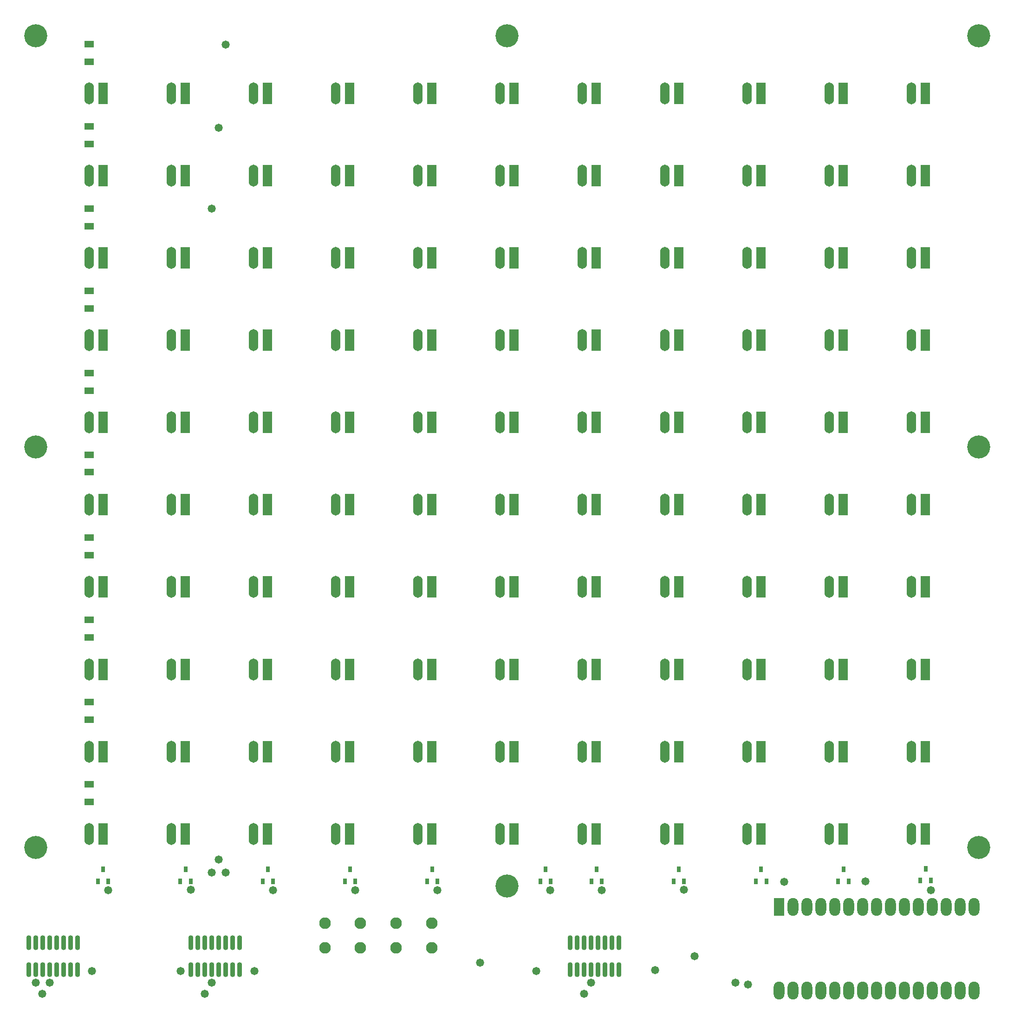
<source format=gts>
%FSTAX23Y23*%
%MOIN*%
%SFA1B1*%

%IPPOS*%
%ADD25O,0.035560X0.106420*%
%ADD26R,0.031620X0.041470*%
%ADD27R,0.067060X0.047370*%
%ADD28R,0.068000X0.158000*%
%ADD29O,0.068000X0.158000*%
%ADD30C,0.083000*%
%ADD31C,0.165480*%
%ADD32O,0.078000X0.128000*%
%ADD33R,0.078000X0.128000*%
%ADD34C,0.058000*%
%LNwordclock_v20-1*%
%LPD*%
G54D25*
X-03436Y-03631D03*
X-03386D03*
X-03336D03*
X-03286D03*
X-03236D03*
X-03186D03*
X-03136D03*
X-03086D03*
X-03436Y-03438D03*
X-03386D03*
X-03336D03*
X-03286D03*
X-03236D03*
X-03186D03*
X-03136D03*
X-03086D03*
X00453Y-03631D03*
X00503D03*
X00553D03*
X00603D03*
X00653D03*
X00703D03*
X00753D03*
X00803D03*
X00453Y-03438D03*
X00503D03*
X00553D03*
X00603D03*
X00653D03*
X00703D03*
X00753D03*
X00803D03*
X-01921D03*
X-01971D03*
X-02021D03*
X-02071D03*
X-02121D03*
X-02171D03*
X-02221D03*
X-02271D03*
X-01921Y-03631D03*
X-01971D03*
X-02021D03*
X-02071D03*
X-02121D03*
X-02171D03*
X-02221D03*
X-02271D03*
G54D26*
X-029Y-02912D03*
X-02863Y-02997D03*
X-02937D03*
X00275Y-02912D03*
X00312Y-02997D03*
X00238D03*
X-02309Y-02912D03*
X-02272Y-02997D03*
X-02347D03*
X-01719Y-02912D03*
X-01682Y-02997D03*
X-01756D03*
X-01128Y-02912D03*
X-01091Y-02997D03*
X-01166D03*
X-00538Y-02912D03*
X-005Y-02997D03*
X-00575D03*
X00642Y-02912D03*
X0068Y-02997D03*
X00605D03*
X01233Y-02912D03*
X0127Y-02997D03*
X01195D03*
X01823Y-02912D03*
X01861Y-02997D03*
X01786D03*
X02414Y-02912D03*
X02451Y-02997D03*
X02377D03*
X03005Y-02907D03*
X03042Y-02992D03*
X02967D03*
G54D27*
X-03002Y-02426D03*
Y-023D03*
Y-01836D03*
Y-0171D03*
Y-01246D03*
Y-0112D03*
Y-00656D03*
Y-0053D03*
Y-00061D03*
Y00064D03*
Y00523D03*
Y00649D03*
Y01113D03*
Y01239D03*
Y01703D03*
Y01829D03*
Y02293D03*
Y02419D03*
Y02883D03*
Y03009D03*
G54D28*
X-02902Y02657D03*
X-02312D03*
X-01721D03*
X-01131D03*
X-0054D03*
X0005D03*
X0064D03*
X01231D03*
X01821D03*
X02412D03*
X03002D03*
X-02902Y02066D03*
X-02312D03*
X-01721D03*
X-01131D03*
X-0054D03*
X0005D03*
X0064D03*
X01231D03*
X01821D03*
X02412D03*
X03002D03*
X-02902Y01476D03*
X-02312D03*
X-01721D03*
X-01131D03*
X-0054D03*
X0005D03*
X0064D03*
X01231D03*
X01821D03*
X02412D03*
X03002D03*
X-02902Y00885D03*
X-02312D03*
X-01721D03*
X-01131D03*
X-0054D03*
X0005D03*
X0064D03*
X01231D03*
X01821D03*
X02412D03*
X03002D03*
X-02902Y00295D03*
X-02312D03*
X-01721D03*
X-01131D03*
X-0054D03*
X0005D03*
X0064D03*
X01231D03*
X01821D03*
X02412D03*
X03002D03*
X-02902Y-00295D03*
X-02312D03*
X-01721D03*
X-01131D03*
X-0054D03*
X0005D03*
X0064D03*
X01231D03*
X01821D03*
X02412D03*
X03002D03*
X-02902Y-00885D03*
X-02312D03*
X-01721D03*
X-01131D03*
X-0054D03*
X0005D03*
X0064D03*
X01231D03*
X01821D03*
X02412D03*
X03002D03*
X-02902Y-01476D03*
X-02312D03*
X-01721D03*
X-01131D03*
X-0054D03*
X0005D03*
X0064D03*
X01231D03*
X01821D03*
X02412D03*
X03002D03*
X-02902Y-02066D03*
X-02312D03*
X-01721D03*
X-01131D03*
X-0054D03*
X0005D03*
X0064D03*
X01231D03*
X01821D03*
X02412D03*
X03002D03*
X-02902Y-02657D03*
X-02312D03*
X-01721D03*
X-01131D03*
X-0054D03*
X0005D03*
X0064D03*
X01231D03*
X01821D03*
X02412D03*
X03002D03*
G54D29*
X-03002Y02657D03*
X-02412D03*
X-01821D03*
X-01231D03*
X-0064D03*
X-0005D03*
X0054D03*
X01131D03*
X01721D03*
X02312D03*
X02902D03*
X-03002Y02066D03*
X-02412D03*
X-01821D03*
X-01231D03*
X-0064D03*
X-0005D03*
X0054D03*
X01131D03*
X01721D03*
X02312D03*
X02902D03*
X-03002Y01476D03*
X-02412D03*
X-01821D03*
X-01231D03*
X-0064D03*
X-0005D03*
X0054D03*
X01131D03*
X01721D03*
X02312D03*
X02902D03*
X-03002Y00885D03*
X-02412D03*
X-01821D03*
X-01231D03*
X-0064D03*
X-0005D03*
X0054D03*
X01131D03*
X01721D03*
X02312D03*
X02902D03*
X-03002Y00295D03*
X-02412D03*
X-01821D03*
X-01231D03*
X-0064D03*
X-0005D03*
X0054D03*
X01131D03*
X01721D03*
X02312D03*
X02902D03*
X-03002Y-00295D03*
X-02412D03*
X-01821D03*
X-01231D03*
X-0064D03*
X-0005D03*
X0054D03*
X01131D03*
X01721D03*
X02312D03*
X02902D03*
X-03002Y-00885D03*
X-02412D03*
X-01821D03*
X-01231D03*
X-0064D03*
X-0005D03*
X0054D03*
X01131D03*
X01721D03*
X02312D03*
X02902D03*
X-03002Y-01476D03*
X-02412D03*
X-01821D03*
X-01231D03*
X-0064D03*
X-0005D03*
X0054D03*
X01131D03*
X01721D03*
X02312D03*
X02902D03*
X-03002Y-02066D03*
X-02412D03*
X-01821D03*
X-01231D03*
X-0064D03*
X-0005D03*
X0054D03*
X01131D03*
X01721D03*
X02312D03*
X02902D03*
X-03002Y-02657D03*
X-02412D03*
X-01821D03*
X-01231D03*
X-0064D03*
X-0005D03*
X0054D03*
X01131D03*
X01721D03*
X02312D03*
X02902D03*
G54D30*
X-00797Y-03474D03*
X-00541D03*
X-00797Y-03297D03*
X-00541D03*
X-01309Y-03474D03*
X-01053D03*
X-01309Y-03297D03*
X-01053D03*
G54D31*
X-03385Y0307D03*
X03385D03*
Y-02755D03*
X-03385D03*
X0Y0307D03*
X-03385Y00118D03*
X03385D03*
X0Y-03031D03*
G54D32*
X01952Y-03782D03*
X02052D03*
X02152D03*
X02252D03*
X02352D03*
X02452D03*
X02552D03*
X02652D03*
X02752D03*
X02852D03*
X02952D03*
X03052D03*
X03152D03*
X03252D03*
X03352D03*
X02052Y-03182D03*
X02152D03*
X02252D03*
X02452D03*
X02352D03*
X02652D03*
X02552D03*
X02852D03*
X02752D03*
X03052D03*
X02952D03*
X03252D03*
X03152D03*
X03352D03*
G54D33*
X01952Y-03182D03*
G54D34*
X01062Y-03633D03*
X02573Y-02997D03*
X0173Y-03737D03*
X0164Y-03723D03*
X01345Y-03535D03*
X-02121Y-03723D03*
X-03286D03*
X-02981Y-0364D03*
X-03386Y-03723D03*
X-02346Y-0364D03*
X0199Y-03D03*
X-02863Y-03062D03*
X-02272Y-03057D03*
X-01682Y-03062D03*
X-01091D03*
X-005D03*
X0068D03*
X0127Y-03057D03*
X03042Y-03062D03*
X00208Y-0364D03*
X-01816D03*
X-0207Y0241D03*
X-0202Y03005D03*
X-0212Y01829D03*
X-00195Y-0358D03*
X0031Y-0306D03*
X-0207Y-0284D03*
X-0202Y-02935D03*
X-0212D03*
X00603Y-03723D03*
X00553Y-03804D03*
X-02172Y-03805D03*
X-03337D03*
M02*
</source>
